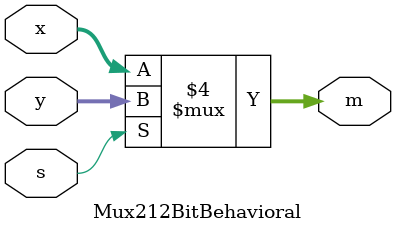
<source format=v>
`timescale 1ns / 1ps


module Mux212BitBehavioral(
    input [1:0] x,
    input [1:0] y,
    input s,
    output [1:0] m
    );
    reg [1:0] m;
    always @ (x or y or s)
    begin
        if (s==0)
            m = x;
        else
            m = y;
    end
endmodule

</source>
